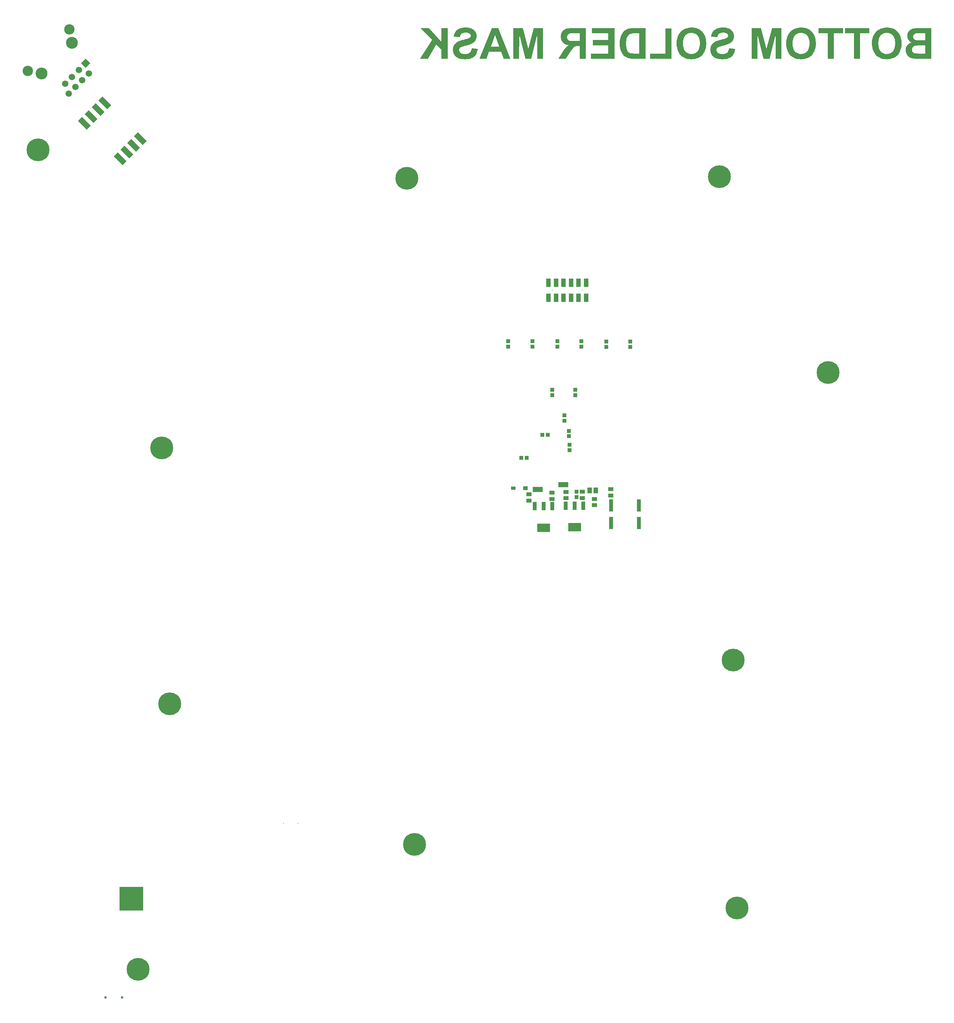
<source format=gbs>
%FSLAX23Y23*%
%MOIN*%
G70*
G01*
G75*
G04 Layer_Color=16711935*
%ADD10C,0.450*%
%ADD11R,0.031X0.033*%
%ADD12R,0.217X0.059*%
%ADD13R,0.033X0.031*%
%ADD14R,0.043X0.105*%
%ADD15R,0.043X0.059*%
%ADD16R,0.105X0.043*%
G04:AMPARAMS|DCode=17|XSize=33mil|YSize=31mil|CornerRadius=0mil|HoleSize=0mil|Usage=FLASHONLY|Rotation=292.500|XOffset=0mil|YOffset=0mil|HoleType=Round|Shape=Rectangle|*
%AMROTATEDRECTD17*
4,1,4,-0.021,0.009,0.008,0.021,0.021,-0.009,-0.008,-0.021,-0.021,0.009,0.0*
%
%ADD17ROTATEDRECTD17*%

G04:AMPARAMS|DCode=18|XSize=33mil|YSize=31mil|CornerRadius=0mil|HoleSize=0mil|Usage=FLASHONLY|Rotation=337.500|XOffset=0mil|YOffset=0mil|HoleType=Round|Shape=Rectangle|*
%AMROTATEDRECTD18*
4,1,4,-0.021,-0.008,-0.009,0.021,0.021,0.008,0.009,-0.021,-0.021,-0.008,0.0*
%
%ADD18ROTATEDRECTD18*%

G04:AMPARAMS|DCode=19|XSize=33mil|YSize=31mil|CornerRadius=0mil|HoleSize=0mil|Usage=FLASHONLY|Rotation=22.500|XOffset=0mil|YOffset=0mil|HoleType=Round|Shape=Rectangle|*
%AMROTATEDRECTD19*
4,1,4,-0.009,-0.021,-0.021,0.008,0.009,0.021,0.021,-0.008,-0.009,-0.021,0.0*
%
%ADD19ROTATEDRECTD19*%

G04:AMPARAMS|DCode=20|XSize=33mil|YSize=31mil|CornerRadius=0mil|HoleSize=0mil|Usage=FLASHONLY|Rotation=67.500|XOffset=0mil|YOffset=0mil|HoleType=Round|Shape=Rectangle|*
%AMROTATEDRECTD20*
4,1,4,0.008,-0.021,-0.021,-0.009,-0.008,0.021,0.021,0.009,0.008,-0.021,0.0*
%
%ADD20ROTATEDRECTD20*%

G04:AMPARAMS|DCode=21|XSize=59mil|YSize=43mil|CornerRadius=0mil|HoleSize=0mil|Usage=FLASHONLY|Rotation=112.500|XOffset=0mil|YOffset=0mil|HoleType=Round|Shape=Rectangle|*
%AMROTATEDRECTD21*
4,1,4,0.031,-0.019,-0.009,-0.036,-0.031,0.019,0.009,0.036,0.031,-0.019,0.0*
%
%ADD21ROTATEDRECTD21*%

G04:AMPARAMS|DCode=22|XSize=59mil|YSize=43mil|CornerRadius=0mil|HoleSize=0mil|Usage=FLASHONLY|Rotation=157.500|XOffset=0mil|YOffset=0mil|HoleType=Round|Shape=Rectangle|*
%AMROTATEDRECTD22*
4,1,4,0.036,0.009,0.019,-0.031,-0.036,-0.009,-0.019,0.031,0.036,0.009,0.0*
%
%ADD22ROTATEDRECTD22*%

G04:AMPARAMS|DCode=23|XSize=59mil|YSize=43mil|CornerRadius=0mil|HoleSize=0mil|Usage=FLASHONLY|Rotation=202.500|XOffset=0mil|YOffset=0mil|HoleType=Round|Shape=Rectangle|*
%AMROTATEDRECTD23*
4,1,4,0.019,0.031,0.036,-0.009,-0.019,-0.031,-0.036,0.009,0.019,0.031,0.0*
%
%ADD23ROTATEDRECTD23*%

G04:AMPARAMS|DCode=24|XSize=59mil|YSize=43mil|CornerRadius=0mil|HoleSize=0mil|Usage=FLASHONLY|Rotation=247.500|XOffset=0mil|YOffset=0mil|HoleType=Round|Shape=Rectangle|*
%AMROTATEDRECTD24*
4,1,4,-0.009,0.036,0.031,0.019,0.009,-0.036,-0.031,-0.019,-0.009,0.036,0.0*
%
%ADD24ROTATEDRECTD24*%

G04:AMPARAMS|DCode=25|XSize=33mil|YSize=31mil|CornerRadius=0mil|HoleSize=0mil|Usage=FLASHONLY|Rotation=292.850|XOffset=0mil|YOffset=0mil|HoleType=Round|Shape=Rectangle|*
%AMROTATEDRECTD25*
4,1,4,-0.021,0.009,0.008,0.022,0.021,-0.009,-0.008,-0.022,-0.021,0.009,0.0*
%
%ADD25ROTATEDRECTD25*%

G04:AMPARAMS|DCode=26|XSize=33mil|YSize=31mil|CornerRadius=0mil|HoleSize=0mil|Usage=FLASHONLY|Rotation=315.000|XOffset=0mil|YOffset=0mil|HoleType=Round|Shape=Rectangle|*
%AMROTATEDRECTD26*
4,1,4,-0.023,0.001,-0.001,0.023,0.023,-0.001,0.001,-0.023,-0.023,0.001,0.0*
%
%ADD26ROTATEDRECTD26*%

G04:AMPARAMS|DCode=27|XSize=33mil|YSize=31mil|CornerRadius=0mil|HoleSize=0mil|Usage=FLASHONLY|Rotation=45.000|XOffset=0mil|YOffset=0mil|HoleType=Round|Shape=Rectangle|*
%AMROTATEDRECTD27*
4,1,4,-0.001,-0.023,-0.023,-0.001,0.001,0.023,0.023,0.001,-0.001,-0.023,0.0*
%
%ADD27ROTATEDRECTD27*%

G04:AMPARAMS|DCode=28|XSize=59mil|YSize=43mil|CornerRadius=0mil|HoleSize=0mil|Usage=FLASHONLY|Rotation=135.000|XOffset=0mil|YOffset=0mil|HoleType=Round|Shape=Rectangle|*
%AMROTATEDRECTD28*
4,1,4,0.036,-0.006,0.006,-0.036,-0.036,0.006,-0.006,0.036,0.036,-0.006,0.0*
%
%ADD28ROTATEDRECTD28*%

%ADD29R,0.059X0.043*%
G04:AMPARAMS|DCode=30|XSize=59mil|YSize=43mil|CornerRadius=0mil|HoleSize=0mil|Usage=FLASHONLY|Rotation=225.000|XOffset=0mil|YOffset=0mil|HoleType=Round|Shape=Rectangle|*
%AMROTATEDRECTD30*
4,1,4,0.006,0.036,0.036,0.006,-0.006,-0.036,-0.036,-0.006,0.006,0.036,0.0*
%
%ADD30ROTATEDRECTD30*%

G04:AMPARAMS|DCode=31|XSize=10mil|YSize=59mil|CornerRadius=0mil|HoleSize=0mil|Usage=FLASHONLY|Rotation=225.000|XOffset=0mil|YOffset=0mil|HoleType=Round|Shape=Rectangle|*
%AMROTATEDRECTD31*
4,1,4,-0.017,0.024,0.024,-0.017,0.017,-0.024,-0.024,0.017,-0.017,0.024,0.0*
%
%ADD31ROTATEDRECTD31*%

G04:AMPARAMS|DCode=32|XSize=10mil|YSize=59mil|CornerRadius=0mil|HoleSize=0mil|Usage=FLASHONLY|Rotation=315.000|XOffset=0mil|YOffset=0mil|HoleType=Round|Shape=Rectangle|*
%AMROTATEDRECTD32*
4,1,4,-0.024,-0.017,0.017,0.024,0.024,0.017,-0.017,-0.024,-0.024,-0.017,0.0*
%
%ADD32ROTATEDRECTD32*%

%ADD33R,0.026X0.014*%
%ADD34R,0.049X0.014*%
%ADD35R,0.033X0.024*%
%ADD36R,0.047X0.024*%
G04:AMPARAMS|DCode=37|XSize=24mil|YSize=33mil|CornerRadius=0mil|HoleSize=0mil|Usage=FLASHONLY|Rotation=225.000|XOffset=0mil|YOffset=0mil|HoleType=Round|Shape=Rectangle|*
%AMROTATEDRECTD37*
4,1,4,-0.003,0.020,0.020,-0.003,0.003,-0.020,-0.020,0.003,-0.003,0.020,0.0*
%
%ADD37ROTATEDRECTD37*%

%ADD38R,0.035X0.012*%
%ADD39C,0.039*%
%ADD40R,0.055X0.043*%
%ADD41R,0.024X0.033*%
%ADD42R,0.043X0.055*%
%ADD43R,0.024X0.081*%
%ADD44R,0.069X0.039*%
%ADD45R,0.035X0.049*%
%ADD46R,0.020X0.093*%
%ADD47R,0.079X0.098*%
%ADD48R,0.029X0.110*%
%ADD49R,0.024X0.079*%
%ADD50R,0.094X0.079*%
%ADD51R,0.110X0.050*%
%ADD52R,0.051X0.022*%
%ADD53R,0.022X0.051*%
%ADD54R,0.024X0.089*%
%ADD55R,0.033X0.010*%
%ADD56R,0.010X0.033*%
%ADD57R,0.240X0.240*%
%ADD58R,0.150X0.050*%
%ADD59C,0.008*%
%ADD60C,0.007*%
%ADD61C,0.010*%
%ADD62C,0.006*%
%ADD63C,0.012*%
%ADD64C,0.020*%
%ADD65C,0.059*%
%ADD66P,0.084X4X90.0*%
%ADD67C,0.100*%
%ADD68C,0.116*%
%ADD69C,0.030*%
%ADD70C,0.230*%
%ADD71C,0.018*%
%ADD72C,0.026*%
%ADD73C,0.050*%
%ADD74C,0.087*%
%ADD75C,0.040*%
%ADD76C,0.075*%
%ADD77C,0.105*%
%ADD78C,0.168*%
%ADD79C,0.060*%
%ADD80C,0.162*%
%ADD81C,0.087*%
%ADD82C,0.099*%
%ADD83C,0.078*%
G04:AMPARAMS|DCode=84|XSize=72mil|YSize=72mil|CornerRadius=0mil|HoleSize=0mil|Usage=FLASHONLY|Rotation=0.000|XOffset=0mil|YOffset=0mil|HoleType=Round|Shape=Relief|Width=10mil|Gap=10mil|Entries=4|*
%AMTHD84*
7,0,0,0.072,0.052,0.010,45*
%
%ADD84THD84*%
%ADD85C,0.052*%
G04:AMPARAMS|DCode=86|XSize=88mil|YSize=88mil|CornerRadius=0mil|HoleSize=0mil|Usage=FLASHONLY|Rotation=0.000|XOffset=0mil|YOffset=0mil|HoleType=Round|Shape=Relief|Width=10mil|Gap=10mil|Entries=4|*
%AMTHD86*
7,0,0,0.088,0.068,0.010,45*
%
%ADD86THD86*%
G04:AMPARAMS|DCode=87|XSize=119.055mil|YSize=119.055mil|CornerRadius=0mil|HoleSize=0mil|Usage=FLASHONLY|Rotation=0.000|XOffset=0mil|YOffset=0mil|HoleType=Round|Shape=Relief|Width=10mil|Gap=10mil|Entries=4|*
%AMTHD87*
7,0,0,0.119,0.099,0.010,45*
%
%ADD87THD87*%
%ADD88R,0.049X0.035*%
%ADD89R,0.050X0.050*%
%ADD90R,0.035X0.083*%
%ADD91R,0.130X0.083*%
%ADD92R,0.031X0.118*%
%ADD93R,0.038X0.035*%
%ADD94R,0.038X0.026*%
%ADD95R,0.039X0.079*%
G04:AMPARAMS|DCode=96|XSize=120mil|YSize=50mil|CornerRadius=0mil|HoleSize=0mil|Usage=FLASHONLY|Rotation=135.000|XOffset=0mil|YOffset=0mil|HoleType=Round|Shape=Rectangle|*
%AMROTATEDRECTD96*
4,1,4,0.060,-0.025,0.025,-0.060,-0.060,0.025,-0.025,0.060,0.060,-0.025,0.0*
%
%ADD96ROTATEDRECTD96*%

%ADD97C,0.050*%
%ADD98C,0.030*%
%ADD99C,0.024*%
%ADD100C,0.010*%
%ADD101C,0.008*%
%ADD102C,0.005*%
%ADD103C,0.004*%
%ADD104R,0.024X0.047*%
%ADD105R,0.025X0.025*%
%ADD106R,0.039X0.041*%
%ADD107R,0.225X0.067*%
%ADD108R,0.041X0.039*%
%ADD109R,0.051X0.113*%
%ADD110R,0.051X0.067*%
%ADD111R,0.113X0.051*%
G04:AMPARAMS|DCode=112|XSize=41mil|YSize=39mil|CornerRadius=0mil|HoleSize=0mil|Usage=FLASHONLY|Rotation=292.500|XOffset=0mil|YOffset=0mil|HoleType=Round|Shape=Rectangle|*
%AMROTATEDRECTD112*
4,1,4,-0.026,0.012,0.010,0.027,0.026,-0.012,-0.010,-0.027,-0.026,0.012,0.0*
%
%ADD112ROTATEDRECTD112*%

G04:AMPARAMS|DCode=113|XSize=41mil|YSize=39mil|CornerRadius=0mil|HoleSize=0mil|Usage=FLASHONLY|Rotation=337.500|XOffset=0mil|YOffset=0mil|HoleType=Round|Shape=Rectangle|*
%AMROTATEDRECTD113*
4,1,4,-0.027,-0.010,-0.012,0.026,0.027,0.010,0.012,-0.026,-0.027,-0.010,0.0*
%
%ADD113ROTATEDRECTD113*%

G04:AMPARAMS|DCode=114|XSize=41mil|YSize=39mil|CornerRadius=0mil|HoleSize=0mil|Usage=FLASHONLY|Rotation=22.500|XOffset=0mil|YOffset=0mil|HoleType=Round|Shape=Rectangle|*
%AMROTATEDRECTD114*
4,1,4,-0.012,-0.026,-0.027,0.010,0.012,0.026,0.027,-0.010,-0.012,-0.026,0.0*
%
%ADD114ROTATEDRECTD114*%

G04:AMPARAMS|DCode=115|XSize=41mil|YSize=39mil|CornerRadius=0mil|HoleSize=0mil|Usage=FLASHONLY|Rotation=67.500|XOffset=0mil|YOffset=0mil|HoleType=Round|Shape=Rectangle|*
%AMROTATEDRECTD115*
4,1,4,0.010,-0.027,-0.026,-0.012,-0.010,0.027,0.026,0.012,0.010,-0.027,0.0*
%
%ADD115ROTATEDRECTD115*%

G04:AMPARAMS|DCode=116|XSize=67mil|YSize=51mil|CornerRadius=0mil|HoleSize=0mil|Usage=FLASHONLY|Rotation=112.500|XOffset=0mil|YOffset=0mil|HoleType=Round|Shape=Rectangle|*
%AMROTATEDRECTD116*
4,1,4,0.037,-0.021,-0.011,-0.041,-0.037,0.021,0.011,0.041,0.037,-0.021,0.0*
%
%ADD116ROTATEDRECTD116*%

G04:AMPARAMS|DCode=117|XSize=67mil|YSize=51mil|CornerRadius=0mil|HoleSize=0mil|Usage=FLASHONLY|Rotation=157.500|XOffset=0mil|YOffset=0mil|HoleType=Round|Shape=Rectangle|*
%AMROTATEDRECTD117*
4,1,4,0.041,0.011,0.021,-0.037,-0.041,-0.011,-0.021,0.037,0.041,0.011,0.0*
%
%ADD117ROTATEDRECTD117*%

G04:AMPARAMS|DCode=118|XSize=67mil|YSize=51mil|CornerRadius=0mil|HoleSize=0mil|Usage=FLASHONLY|Rotation=202.500|XOffset=0mil|YOffset=0mil|HoleType=Round|Shape=Rectangle|*
%AMROTATEDRECTD118*
4,1,4,0.021,0.037,0.041,-0.011,-0.021,-0.037,-0.041,0.011,0.021,0.037,0.0*
%
%ADD118ROTATEDRECTD118*%

G04:AMPARAMS|DCode=119|XSize=67mil|YSize=51mil|CornerRadius=0mil|HoleSize=0mil|Usage=FLASHONLY|Rotation=247.500|XOffset=0mil|YOffset=0mil|HoleType=Round|Shape=Rectangle|*
%AMROTATEDRECTD119*
4,1,4,-0.011,0.041,0.037,0.021,0.011,-0.041,-0.037,-0.021,-0.011,0.041,0.0*
%
%ADD119ROTATEDRECTD119*%

G04:AMPARAMS|DCode=120|XSize=41mil|YSize=39mil|CornerRadius=0mil|HoleSize=0mil|Usage=FLASHONLY|Rotation=292.850|XOffset=0mil|YOffset=0mil|HoleType=Round|Shape=Rectangle|*
%AMROTATEDRECTD120*
4,1,4,-0.026,0.011,0.010,0.027,0.026,-0.011,-0.010,-0.027,-0.026,0.011,0.0*
%
%ADD120ROTATEDRECTD120*%

G04:AMPARAMS|DCode=121|XSize=41mil|YSize=39mil|CornerRadius=0mil|HoleSize=0mil|Usage=FLASHONLY|Rotation=315.000|XOffset=0mil|YOffset=0mil|HoleType=Round|Shape=Rectangle|*
%AMROTATEDRECTD121*
4,1,4,-0.029,0.001,-0.001,0.029,0.029,-0.001,0.001,-0.029,-0.029,0.001,0.0*
%
%ADD121ROTATEDRECTD121*%

G04:AMPARAMS|DCode=122|XSize=41mil|YSize=39mil|CornerRadius=0mil|HoleSize=0mil|Usage=FLASHONLY|Rotation=45.000|XOffset=0mil|YOffset=0mil|HoleType=Round|Shape=Rectangle|*
%AMROTATEDRECTD122*
4,1,4,-0.001,-0.029,-0.029,-0.001,0.001,0.029,0.029,0.001,-0.001,-0.029,0.0*
%
%ADD122ROTATEDRECTD122*%

G04:AMPARAMS|DCode=123|XSize=67mil|YSize=51mil|CornerRadius=0mil|HoleSize=0mil|Usage=FLASHONLY|Rotation=135.000|XOffset=0mil|YOffset=0mil|HoleType=Round|Shape=Rectangle|*
%AMROTATEDRECTD123*
4,1,4,0.042,-0.006,0.006,-0.042,-0.042,0.006,-0.006,0.042,0.042,-0.006,0.0*
%
%ADD123ROTATEDRECTD123*%

%ADD124R,0.067X0.051*%
G04:AMPARAMS|DCode=125|XSize=67mil|YSize=51mil|CornerRadius=0mil|HoleSize=0mil|Usage=FLASHONLY|Rotation=225.000|XOffset=0mil|YOffset=0mil|HoleType=Round|Shape=Rectangle|*
%AMROTATEDRECTD125*
4,1,4,0.006,0.042,0.042,0.006,-0.006,-0.042,-0.042,-0.006,0.006,0.042,0.0*
%
%ADD125ROTATEDRECTD125*%

G04:AMPARAMS|DCode=126|XSize=18mil|YSize=67mil|CornerRadius=0mil|HoleSize=0mil|Usage=FLASHONLY|Rotation=225.000|XOffset=0mil|YOffset=0mil|HoleType=Round|Shape=Rectangle|*
%AMROTATEDRECTD126*
4,1,4,-0.017,0.030,0.030,-0.017,0.017,-0.030,-0.030,0.017,-0.017,0.030,0.0*
%
%ADD126ROTATEDRECTD126*%

G04:AMPARAMS|DCode=127|XSize=18mil|YSize=67mil|CornerRadius=0mil|HoleSize=0mil|Usage=FLASHONLY|Rotation=315.000|XOffset=0mil|YOffset=0mil|HoleType=Round|Shape=Rectangle|*
%AMROTATEDRECTD127*
4,1,4,-0.030,-0.017,0.017,0.030,0.030,0.017,-0.017,-0.030,-0.030,-0.017,0.0*
%
%ADD127ROTATEDRECTD127*%

%ADD128R,0.034X0.022*%
%ADD129R,0.057X0.022*%
%ADD130R,0.041X0.032*%
%ADD131R,0.055X0.032*%
G04:AMPARAMS|DCode=132|XSize=32mil|YSize=41mil|CornerRadius=0mil|HoleSize=0mil|Usage=FLASHONLY|Rotation=225.000|XOffset=0mil|YOffset=0mil|HoleType=Round|Shape=Rectangle|*
%AMROTATEDRECTD132*
4,1,4,-0.003,0.026,0.026,-0.003,0.003,-0.026,-0.026,0.003,-0.003,0.026,0.0*
%
%ADD132ROTATEDRECTD132*%

%ADD133R,0.043X0.020*%
%ADD134R,0.063X0.051*%
%ADD135R,0.032X0.041*%
%ADD136R,0.051X0.063*%
%ADD137R,0.032X0.089*%
%ADD138R,0.077X0.047*%
%ADD139R,0.043X0.057*%
%ADD140R,0.028X0.101*%
%ADD141R,0.087X0.106*%
%ADD142R,0.037X0.118*%
%ADD143R,0.032X0.087*%
%ADD144R,0.102X0.087*%
%ADD145R,0.118X0.058*%
%ADD146R,0.059X0.030*%
%ADD147R,0.030X0.059*%
%ADD148R,0.032X0.097*%
%ADD149R,0.041X0.018*%
%ADD150R,0.018X0.041*%
%ADD151R,0.248X0.248*%
%ADD152R,0.158X0.058*%
%ADD153C,0.067*%
%ADD154P,0.095X4X90.0*%
%ADD155C,0.108*%
%ADD156C,0.124*%
%ADD157C,0.038*%
%ADD158C,0.238*%
%ADD159C,0.008*%
%ADD160C,0.026*%
%ADD161R,0.008X0.008*%
%ADD162R,0.057X0.043*%
%ADD163R,0.058X0.058*%
%ADD164R,0.043X0.091*%
%ADD165R,0.138X0.091*%
%ADD166R,0.039X0.126*%
%ADD167R,0.046X0.043*%
%ADD168R,0.046X0.034*%
%ADD169R,0.047X0.087*%
G04:AMPARAMS|DCode=170|XSize=128mil|YSize=58mil|CornerRadius=0mil|HoleSize=0mil|Usage=FLASHONLY|Rotation=135.000|XOffset=0mil|YOffset=0mil|HoleType=Round|Shape=Rectangle|*
%AMROTATEDRECTD170*
4,1,4,0.066,-0.025,0.025,-0.066,-0.066,0.025,-0.025,0.066,0.066,-0.025,0.0*
%
%ADD170ROTATEDRECTD170*%

G36*
X4943Y1764D02*
X4822D01*
X4809Y1764D01*
X4798Y1765D01*
X4788Y1766D01*
X4784Y1767D01*
X4780Y1767D01*
X4776Y1768D01*
X4773Y1769D01*
X4771Y1769D01*
X4768Y1770D01*
X4767Y1770D01*
X4766D01*
X4765Y1771D01*
X4765D01*
X4754Y1774D01*
X4746Y1779D01*
X4738Y1783D01*
X4731Y1787D01*
X4726Y1791D01*
X4722Y1794D01*
X4720Y1795D01*
X4719Y1796D01*
X4711Y1805D01*
X4704Y1814D01*
X4698Y1824D01*
X4693Y1833D01*
X4690Y1841D01*
X4688Y1844D01*
X4687Y1847D01*
X4686Y1849D01*
X4685Y1851D01*
X4685Y1852D01*
Y1853D01*
X4681Y1864D01*
X4679Y1876D01*
X4677Y1887D01*
X4676Y1898D01*
X4676Y1903D01*
X4675Y1907D01*
Y1911D01*
X4675Y1914D01*
Y1917D01*
Y1919D01*
Y1921D01*
Y1921D01*
X4675Y1937D01*
X4676Y1945D01*
X4676Y1952D01*
X4677Y1959D01*
X4678Y1965D01*
X4679Y1971D01*
X4680Y1976D01*
X4681Y1980D01*
X4682Y1984D01*
X4683Y1988D01*
X4684Y1991D01*
X4685Y1994D01*
X4685Y1995D01*
X4686Y1996D01*
Y1996D01*
X4690Y2008D01*
X4695Y2018D01*
X4700Y2026D01*
X4705Y2034D01*
X4709Y2040D01*
X4711Y2043D01*
X4713Y2045D01*
X4714Y2046D01*
X4715Y2048D01*
X4716Y2048D01*
X4716Y2049D01*
X4724Y2056D01*
X4732Y2062D01*
X4740Y2067D01*
X4748Y2071D01*
X4754Y2074D01*
X4757Y2076D01*
X4760Y2076D01*
X4761Y2077D01*
X4763Y2078D01*
X4764Y2078D01*
X4764D01*
X4768Y2079D01*
X4773Y2080D01*
X4783Y2082D01*
X4793Y2083D01*
X4803Y2084D01*
X4808Y2084D01*
X4812D01*
X4815Y2084D01*
X4943D01*
Y1764D01*
D02*
G37*
G36*
X4620D02*
X4376D01*
Y1818D01*
X4555D01*
Y1905D01*
X4395D01*
Y1959D01*
X4555D01*
Y2030D01*
X4383D01*
Y2084D01*
X4620D01*
Y1764D01*
D02*
G37*
G36*
X4321D02*
X4257D01*
Y1898D01*
X4236D01*
X4229Y1897D01*
X4224Y1896D01*
X4219Y1896D01*
X4216Y1895D01*
X4214Y1894D01*
X4212Y1894D01*
X4211D01*
X4208Y1892D01*
X4204Y1890D01*
X4201Y1888D01*
X4198Y1886D01*
X4195Y1884D01*
X4194Y1882D01*
X4192Y1881D01*
X4192Y1881D01*
X4190Y1879D01*
X4188Y1876D01*
X4185Y1873D01*
X4183Y1869D01*
X4177Y1861D01*
X4171Y1854D01*
X4166Y1846D01*
X4164Y1843D01*
X4162Y1839D01*
X4160Y1837D01*
X4159Y1835D01*
X4158Y1834D01*
X4158Y1834D01*
X4111Y1764D01*
X4034D01*
X4073Y1826D01*
X4077Y1833D01*
X4081Y1839D01*
X4085Y1845D01*
X4088Y1850D01*
X4091Y1855D01*
X4095Y1859D01*
X4097Y1863D01*
X4100Y1866D01*
X4102Y1869D01*
X4104Y1871D01*
X4107Y1875D01*
X4109Y1877D01*
X4110Y1878D01*
X4115Y1884D01*
X4121Y1889D01*
X4126Y1893D01*
X4132Y1897D01*
X4137Y1901D01*
X4141Y1903D01*
X4144Y1905D01*
X4144Y1905D01*
X4144D01*
X4136Y1906D01*
X4129Y1908D01*
X4123Y1910D01*
X4116Y1912D01*
X4111Y1915D01*
X4106Y1917D01*
X4101Y1920D01*
X4096Y1922D01*
X4093Y1925D01*
X4089Y1927D01*
X4087Y1929D01*
X4085Y1931D01*
X4083Y1933D01*
X4081Y1934D01*
X4081Y1934D01*
X4081Y1935D01*
X4077Y1939D01*
X4074Y1944D01*
X4071Y1949D01*
X4068Y1954D01*
X4064Y1964D01*
X4062Y1974D01*
X4061Y1978D01*
X4061Y1982D01*
X4060Y1985D01*
X4060Y1989D01*
X4059Y1991D01*
Y1993D01*
Y1994D01*
Y1994D01*
X4060Y2005D01*
X4061Y2014D01*
X4064Y2023D01*
X4066Y2030D01*
X4069Y2036D01*
X4070Y2039D01*
X4071Y2041D01*
X4072Y2043D01*
X4073Y2044D01*
X4074Y2044D01*
Y2045D01*
X4079Y2052D01*
X4085Y2059D01*
X4091Y2064D01*
X4098Y2069D01*
X4103Y2072D01*
X4107Y2074D01*
X4109Y2075D01*
X4110Y2075D01*
X4111Y2076D01*
X4111D01*
X4116Y2077D01*
X4121Y2079D01*
X4126Y2080D01*
X4132Y2081D01*
X4145Y2082D01*
X4157Y2083D01*
X4163Y2084D01*
X4168Y2084D01*
X4173D01*
X4177Y2084D01*
X4321D01*
Y1764D01*
D02*
G37*
G36*
X7277Y2030D02*
X7182D01*
Y1764D01*
X7117D01*
Y2030D01*
X7023D01*
Y2084D01*
X7277D01*
Y2030D01*
D02*
G37*
G36*
X7003D02*
X6908D01*
Y1764D01*
X6844D01*
Y2030D01*
X6749D01*
Y2084D01*
X7003D01*
Y2030D01*
D02*
G37*
G36*
X5215Y1764D02*
X4990D01*
Y1818D01*
X5150D01*
Y2082D01*
X5215D01*
Y1764D01*
D02*
G37*
G36*
X5765Y2090D02*
X5777Y2089D01*
X5787Y2086D01*
X5792Y2086D01*
X5796Y2085D01*
X5800Y2084D01*
X5804Y2083D01*
X5807Y2081D01*
X5810Y2081D01*
X5812Y2080D01*
X5813Y2079D01*
X5814Y2079D01*
X5814D01*
X5823Y2074D01*
X5831Y2069D01*
X5838Y2064D01*
X5844Y2058D01*
X5848Y2054D01*
X5851Y2050D01*
X5853Y2047D01*
X5854Y2046D01*
Y2046D01*
X5858Y2038D01*
X5862Y2030D01*
X5864Y2022D01*
X5866Y2015D01*
X5867Y2009D01*
X5867Y2005D01*
X5867Y2003D01*
Y2002D01*
Y2001D01*
Y2001D01*
X5867Y1994D01*
X5866Y1987D01*
X5865Y1980D01*
X5863Y1974D01*
X5858Y1963D01*
X5855Y1958D01*
X5853Y1954D01*
X5850Y1950D01*
X5847Y1946D01*
X5845Y1943D01*
X5843Y1940D01*
X5841Y1939D01*
X5839Y1937D01*
X5839Y1936D01*
X5838Y1936D01*
X5834Y1932D01*
X5829Y1929D01*
X5824Y1926D01*
X5818Y1923D01*
X5806Y1917D01*
X5794Y1913D01*
X5788Y1911D01*
X5783Y1909D01*
X5778Y1908D01*
X5774Y1906D01*
X5770Y1905D01*
X5767Y1904D01*
X5766Y1904D01*
X5765D01*
X5758Y1902D01*
X5752Y1901D01*
X5746Y1899D01*
X5740Y1898D01*
X5735Y1896D01*
X5731Y1895D01*
X5727Y1894D01*
X5725Y1893D01*
X5722Y1892D01*
X5720Y1891D01*
X5717Y1891D01*
X5716Y1891D01*
X5714Y1890D01*
X5714Y1890D01*
X5708Y1888D01*
X5703Y1885D01*
X5699Y1883D01*
X5696Y1881D01*
X5693Y1879D01*
X5692Y1877D01*
X5691Y1876D01*
X5690Y1876D01*
X5688Y1873D01*
X5687Y1870D01*
X5685Y1866D01*
X5685Y1863D01*
X5684Y1861D01*
X5684Y1859D01*
Y1857D01*
Y1856D01*
X5685Y1850D01*
X5686Y1844D01*
X5689Y1839D01*
X5692Y1834D01*
X5695Y1831D01*
X5697Y1828D01*
X5699Y1826D01*
X5700Y1826D01*
X5707Y1821D01*
X5714Y1818D01*
X5722Y1816D01*
X5730Y1814D01*
X5736Y1814D01*
X5739Y1813D01*
X5742D01*
X5744Y1813D01*
X5747D01*
X5757Y1814D01*
X5767Y1815D01*
X5775Y1817D01*
X5781Y1820D01*
X5787Y1823D01*
X5790Y1825D01*
X5793Y1827D01*
X5794Y1827D01*
X5800Y1834D01*
X5805Y1841D01*
X5809Y1849D01*
X5812Y1856D01*
X5814Y1863D01*
X5815Y1866D01*
X5815Y1869D01*
X5816Y1871D01*
X5816Y1873D01*
X5817Y1874D01*
Y1874D01*
X5879Y1868D01*
X5878Y1858D01*
X5876Y1849D01*
X5874Y1840D01*
X5871Y1832D01*
X5868Y1825D01*
X5864Y1818D01*
X5861Y1812D01*
X5858Y1807D01*
X5854Y1802D01*
X5851Y1798D01*
X5849Y1794D01*
X5846Y1791D01*
X5844Y1789D01*
X5842Y1787D01*
X5841Y1786D01*
X5841Y1786D01*
X5835Y1781D01*
X5827Y1777D01*
X5820Y1773D01*
X5812Y1770D01*
X5805Y1767D01*
X5797Y1765D01*
X5782Y1762D01*
X5775Y1761D01*
X5768Y1760D01*
X5762Y1759D01*
X5757Y1759D01*
X5753Y1758D01*
X5747D01*
X5732Y1759D01*
X5719Y1760D01*
X5713Y1761D01*
X5707Y1762D01*
X5702Y1763D01*
X5697Y1764D01*
X5693Y1765D01*
X5689Y1766D01*
X5686Y1767D01*
X5683Y1768D01*
X5681Y1769D01*
X5679Y1769D01*
X5678Y1770D01*
X5678D01*
X5668Y1775D01*
X5659Y1780D01*
X5652Y1786D01*
X5646Y1792D01*
X5641Y1797D01*
X5637Y1801D01*
X5636Y1803D01*
X5635Y1804D01*
X5635Y1805D01*
Y1805D01*
X5630Y1814D01*
X5626Y1824D01*
X5623Y1832D01*
X5621Y1840D01*
X5620Y1847D01*
X5620Y1850D01*
Y1853D01*
X5619Y1854D01*
Y1856D01*
Y1857D01*
Y1857D01*
X5620Y1868D01*
X5621Y1878D01*
X5623Y1887D01*
X5625Y1894D01*
X5628Y1900D01*
X5629Y1902D01*
X5630Y1904D01*
X5631Y1906D01*
X5632Y1907D01*
X5632Y1908D01*
Y1908D01*
X5637Y1916D01*
X5643Y1922D01*
X5649Y1928D01*
X5655Y1932D01*
X5660Y1936D01*
X5664Y1939D01*
X5665Y1940D01*
X5667Y1941D01*
X5667Y1941D01*
X5667D01*
X5672Y1943D01*
X5677Y1946D01*
X5688Y1950D01*
X5700Y1954D01*
X5711Y1957D01*
X5716Y1959D01*
X5721Y1960D01*
X5725Y1961D01*
X5729Y1962D01*
X5732Y1963D01*
X5735Y1964D01*
X5737Y1964D01*
X5737D01*
X5745Y1966D01*
X5753Y1969D01*
X5760Y1971D01*
X5766Y1972D01*
X5772Y1974D01*
X5777Y1976D01*
X5781Y1978D01*
X5784Y1979D01*
X5787Y1981D01*
X5790Y1982D01*
X5792Y1983D01*
X5794Y1984D01*
X5795Y1985D01*
X5796Y1985D01*
X5796Y1986D01*
X5800Y1989D01*
X5802Y1992D01*
X5803Y1996D01*
X5805Y1999D01*
X5805Y2001D01*
X5806Y2004D01*
Y2005D01*
Y2005D01*
X5805Y2010D01*
X5804Y2014D01*
X5802Y2017D01*
X5801Y2020D01*
X5799Y2022D01*
X5797Y2024D01*
X5796Y2025D01*
X5796Y2025D01*
X5790Y2029D01*
X5782Y2032D01*
X5775Y2034D01*
X5768Y2036D01*
X5761Y2036D01*
X5759D01*
X5756Y2037D01*
X5752D01*
X5742Y2036D01*
X5734Y2035D01*
X5727Y2034D01*
X5721Y2031D01*
X5717Y2029D01*
X5713Y2028D01*
X5712Y2026D01*
X5711Y2026D01*
X5706Y2021D01*
X5702Y2016D01*
X5699Y2010D01*
X5697Y2004D01*
X5695Y1999D01*
X5694Y1995D01*
X5693Y1993D01*
X5693Y1992D01*
Y1991D01*
Y1991D01*
X5628Y1993D01*
X5629Y2001D01*
X5630Y2009D01*
X5632Y2016D01*
X5634Y2023D01*
X5637Y2029D01*
X5639Y2035D01*
X5642Y2040D01*
X5645Y2045D01*
X5648Y2049D01*
X5651Y2053D01*
X5653Y2056D01*
X5655Y2059D01*
X5657Y2061D01*
X5659Y2062D01*
X5660Y2063D01*
X5660Y2064D01*
X5666Y2068D01*
X5673Y2072D01*
X5680Y2076D01*
X5687Y2079D01*
X5695Y2081D01*
X5702Y2084D01*
X5717Y2087D01*
X5724Y2088D01*
X5730Y2089D01*
X5736Y2089D01*
X5741Y2090D01*
X5745Y2090D01*
X5751D01*
X5765Y2090D01*
D02*
G37*
G36*
X5437D02*
X5450Y2088D01*
X5462Y2086D01*
X5467Y2085D01*
X5472Y2084D01*
X5477Y2083D01*
X5480Y2081D01*
X5484Y2080D01*
X5487Y2079D01*
X5489Y2079D01*
X5491Y2078D01*
X5492Y2077D01*
X5492D01*
X5500Y2073D01*
X5508Y2069D01*
X5515Y2064D01*
X5521Y2059D01*
X5526Y2055D01*
X5530Y2051D01*
X5532Y2049D01*
X5533Y2049D01*
X5533Y2048D01*
X5540Y2041D01*
X5546Y2033D01*
X5551Y2026D01*
X5555Y2019D01*
X5558Y2013D01*
X5561Y2009D01*
X5562Y2007D01*
X5562Y2006D01*
X5563Y2005D01*
Y2004D01*
X5568Y1991D01*
X5571Y1977D01*
X5574Y1964D01*
X5576Y1951D01*
X5576Y1945D01*
X5577Y1939D01*
X5577Y1934D01*
Y1930D01*
X5577Y1926D01*
Y1924D01*
Y1922D01*
Y1922D01*
X5577Y1908D01*
X5576Y1895D01*
X5574Y1882D01*
X5571Y1871D01*
X5568Y1860D01*
X5564Y1850D01*
X5560Y1841D01*
X5556Y1833D01*
X5552Y1826D01*
X5549Y1819D01*
X5545Y1814D01*
X5542Y1809D01*
X5539Y1806D01*
X5537Y1804D01*
X5536Y1802D01*
X5535Y1801D01*
X5527Y1794D01*
X5518Y1787D01*
X5509Y1781D01*
X5500Y1776D01*
X5490Y1772D01*
X5481Y1769D01*
X5472Y1766D01*
X5463Y1764D01*
X5455Y1762D01*
X5447Y1761D01*
X5440Y1759D01*
X5434Y1759D01*
X5429Y1759D01*
X5425Y1758D01*
X5422D01*
X5409Y1759D01*
X5397Y1760D01*
X5385Y1762D01*
X5375Y1765D01*
X5365Y1768D01*
X5355Y1772D01*
X5347Y1776D01*
X5340Y1780D01*
X5332Y1784D01*
X5327Y1788D01*
X5322Y1792D01*
X5317Y1795D01*
X5314Y1798D01*
X5312Y1800D01*
X5310Y1801D01*
X5310Y1802D01*
X5302Y1811D01*
X5295Y1820D01*
X5290Y1829D01*
X5285Y1839D01*
X5281Y1849D01*
X5278Y1860D01*
X5275Y1869D01*
X5273Y1879D01*
X5271Y1888D01*
X5269Y1896D01*
X5268Y1904D01*
X5268Y1911D01*
X5268Y1916D01*
X5267Y1920D01*
Y1923D01*
Y1923D01*
Y1924D01*
X5268Y1938D01*
X5269Y1951D01*
X5271Y1964D01*
X5274Y1976D01*
X5277Y1987D01*
X5280Y1997D01*
X5284Y2006D01*
X5288Y2014D01*
X5292Y2021D01*
X5296Y2028D01*
X5300Y2034D01*
X5303Y2038D01*
X5306Y2041D01*
X5308Y2044D01*
X5309Y2046D01*
X5310Y2046D01*
X5318Y2054D01*
X5327Y2061D01*
X5336Y2066D01*
X5345Y2071D01*
X5355Y2076D01*
X5364Y2079D01*
X5373Y2082D01*
X5382Y2085D01*
X5390Y2086D01*
X5398Y2088D01*
X5405Y2089D01*
X5411Y2089D01*
X5416Y2090D01*
X5420Y2090D01*
X5423D01*
X5437Y2090D01*
D02*
G37*
G36*
X3080D02*
X3092Y2089D01*
X3102Y2086D01*
X3107Y2086D01*
X3112Y2085D01*
X3116Y2084D01*
X3119Y2083D01*
X3122Y2081D01*
X3125Y2081D01*
X3127Y2080D01*
X3128Y2079D01*
X3129Y2079D01*
X3130D01*
X3139Y2074D01*
X3147Y2069D01*
X3153Y2064D01*
X3159Y2058D01*
X3163Y2054D01*
X3167Y2050D01*
X3168Y2047D01*
X3169Y2046D01*
Y2046D01*
X3174Y2038D01*
X3177Y2030D01*
X3180Y2022D01*
X3181Y2015D01*
X3182Y2009D01*
X3182Y2005D01*
X3183Y2003D01*
Y2002D01*
Y2001D01*
Y2001D01*
X3182Y1994D01*
X3182Y1987D01*
X3180Y1980D01*
X3178Y1974D01*
X3174Y1963D01*
X3171Y1958D01*
X3168Y1954D01*
X3165Y1950D01*
X3163Y1946D01*
X3160Y1943D01*
X3158Y1940D01*
X3156Y1939D01*
X3155Y1937D01*
X3154Y1936D01*
X3154Y1936D01*
X3150Y1932D01*
X3145Y1929D01*
X3139Y1926D01*
X3134Y1923D01*
X3122Y1917D01*
X3110Y1913D01*
X3104Y1911D01*
X3098Y1909D01*
X3093Y1908D01*
X3089Y1906D01*
X3086Y1905D01*
X3083Y1904D01*
X3081Y1904D01*
X3081D01*
X3074Y1902D01*
X3067Y1901D01*
X3061Y1899D01*
X3056Y1898D01*
X3051Y1896D01*
X3047Y1895D01*
X3043Y1894D01*
X3040Y1893D01*
X3037Y1892D01*
X3035Y1891D01*
X3033Y1891D01*
X3032Y1891D01*
X3030Y1890D01*
X3029Y1890D01*
X3023Y1888D01*
X3018Y1885D01*
X3015Y1883D01*
X3011Y1881D01*
X3009Y1879D01*
X3007Y1877D01*
X3006Y1876D01*
X3006Y1876D01*
X3004Y1873D01*
X3002Y1870D01*
X3001Y1866D01*
X3000Y1863D01*
X3000Y1861D01*
X2999Y1859D01*
Y1857D01*
Y1856D01*
X3000Y1850D01*
X3002Y1844D01*
X3004Y1839D01*
X3007Y1834D01*
X3010Y1831D01*
X3013Y1828D01*
X3015Y1826D01*
X3015Y1826D01*
X3022Y1821D01*
X3030Y1818D01*
X3037Y1816D01*
X3045Y1814D01*
X3052Y1814D01*
X3055Y1813D01*
X3057D01*
X3060Y1813D01*
X3062D01*
X3073Y1814D01*
X3082Y1815D01*
X3090Y1817D01*
X3097Y1820D01*
X3102Y1823D01*
X3106Y1825D01*
X3108Y1827D01*
X3109Y1827D01*
X3115Y1834D01*
X3120Y1841D01*
X3124Y1849D01*
X3127Y1856D01*
X3130Y1863D01*
X3130Y1866D01*
X3131Y1869D01*
X3131Y1871D01*
X3132Y1873D01*
X3132Y1874D01*
Y1874D01*
X3195Y1868D01*
X3193Y1858D01*
X3192Y1849D01*
X3189Y1840D01*
X3186Y1832D01*
X3183Y1825D01*
X3180Y1818D01*
X3177Y1812D01*
X3173Y1807D01*
X3170Y1802D01*
X3167Y1798D01*
X3164Y1794D01*
X3161Y1791D01*
X3159Y1789D01*
X3157Y1787D01*
X3157Y1786D01*
X3156Y1786D01*
X3150Y1781D01*
X3143Y1777D01*
X3135Y1773D01*
X3128Y1770D01*
X3120Y1767D01*
X3112Y1765D01*
X3097Y1762D01*
X3090Y1761D01*
X3084Y1760D01*
X3078Y1759D01*
X3073Y1759D01*
X3069Y1758D01*
X3063D01*
X3048Y1759D01*
X3035Y1760D01*
X3028Y1761D01*
X3022Y1762D01*
X3017Y1763D01*
X3012Y1764D01*
X3008Y1765D01*
X3004Y1766D01*
X3001Y1767D01*
X2998Y1768D01*
X2996Y1769D01*
X2995Y1769D01*
X2994Y1770D01*
X2993D01*
X2983Y1775D01*
X2975Y1780D01*
X2967Y1786D01*
X2961Y1792D01*
X2956Y1797D01*
X2953Y1801D01*
X2952Y1803D01*
X2951Y1804D01*
X2950Y1805D01*
Y1805D01*
X2945Y1814D01*
X2941Y1824D01*
X2938Y1832D01*
X2937Y1840D01*
X2935Y1847D01*
X2935Y1850D01*
Y1853D01*
X2935Y1854D01*
Y1856D01*
Y1857D01*
Y1857D01*
X2935Y1868D01*
X2937Y1878D01*
X2939Y1887D01*
X2941Y1894D01*
X2943Y1900D01*
X2945Y1902D01*
X2945Y1904D01*
X2946Y1906D01*
X2947Y1907D01*
X2947Y1908D01*
Y1908D01*
X2953Y1916D01*
X2958Y1922D01*
X2964Y1928D01*
X2970Y1932D01*
X2975Y1936D01*
X2979Y1939D01*
X2981Y1940D01*
X2982Y1941D01*
X2982Y1941D01*
X2983D01*
X2987Y1943D01*
X2992Y1946D01*
X3003Y1950D01*
X3015Y1954D01*
X3026Y1957D01*
X3031Y1959D01*
X3036Y1960D01*
X3041Y1961D01*
X3045Y1962D01*
X3048Y1963D01*
X3050Y1964D01*
X3052Y1964D01*
X3052D01*
X3061Y1966D01*
X3069Y1969D01*
X3075Y1971D01*
X3082Y1972D01*
X3087Y1974D01*
X3092Y1976D01*
X3096Y1978D01*
X3100Y1979D01*
X3103Y1981D01*
X3105Y1982D01*
X3107Y1983D01*
X3109Y1984D01*
X3110Y1985D01*
X3111Y1985D01*
X3112Y1986D01*
X3115Y1989D01*
X3117Y1992D01*
X3119Y1996D01*
X3120Y1999D01*
X3121Y2001D01*
X3121Y2004D01*
Y2005D01*
Y2005D01*
X3121Y2010D01*
X3120Y2014D01*
X3118Y2017D01*
X3116Y2020D01*
X3115Y2022D01*
X3113Y2024D01*
X3112Y2025D01*
X3111Y2025D01*
X3105Y2029D01*
X3097Y2032D01*
X3090Y2034D01*
X3083Y2036D01*
X3077Y2036D01*
X3074D01*
X3072Y2037D01*
X3067D01*
X3057Y2036D01*
X3049Y2035D01*
X3042Y2034D01*
X3037Y2031D01*
X3032Y2029D01*
X3029Y2028D01*
X3027Y2026D01*
X3026Y2026D01*
X3022Y2021D01*
X3017Y2016D01*
X3015Y2010D01*
X3012Y2004D01*
X3010Y1999D01*
X3009Y1995D01*
X3009Y1993D01*
X3008Y1992D01*
Y1991D01*
Y1991D01*
X2944Y1993D01*
X2944Y2001D01*
X2945Y2009D01*
X2947Y2016D01*
X2950Y2023D01*
X2952Y2029D01*
X2955Y2035D01*
X2957Y2040D01*
X2960Y2045D01*
X2963Y2049D01*
X2966Y2053D01*
X2969Y2056D01*
X2971Y2059D01*
X2973Y2061D01*
X2975Y2062D01*
X2975Y2063D01*
X2976Y2064D01*
X2982Y2068D01*
X2988Y2072D01*
X2995Y2076D01*
X3003Y2079D01*
X3010Y2081D01*
X3018Y2084D01*
X3032Y2087D01*
X3040Y2088D01*
X3046Y2089D01*
X3052Y2089D01*
X3057Y2090D01*
X3061Y2090D01*
X3067D01*
X3080Y2090D01*
D02*
G37*
G36*
X3534Y1764D02*
X3466D01*
X3439Y1837D01*
X3311D01*
X3283Y1764D01*
X3212D01*
X3340Y2084D01*
X3409D01*
X3534Y1764D01*
D02*
G37*
G36*
X7475Y2090D02*
X7488Y2088D01*
X7500Y2086D01*
X7505Y2085D01*
X7510Y2084D01*
X7514Y2083D01*
X7518Y2081D01*
X7521Y2080D01*
X7524Y2079D01*
X7527Y2079D01*
X7528Y2078D01*
X7529Y2077D01*
X7530D01*
X7538Y2073D01*
X7545Y2069D01*
X7553Y2064D01*
X7559Y2059D01*
X7564Y2055D01*
X7568Y2051D01*
X7570Y2049D01*
X7570Y2049D01*
X7571Y2048D01*
X7578Y2041D01*
X7583Y2033D01*
X7588Y2026D01*
X7593Y2019D01*
X7596Y2013D01*
X7598Y2009D01*
X7599Y2007D01*
X7600Y2006D01*
X7600Y2005D01*
Y2004D01*
X7605Y1991D01*
X7609Y1977D01*
X7611Y1964D01*
X7613Y1951D01*
X7614Y1945D01*
X7614Y1939D01*
X7615Y1934D01*
Y1930D01*
X7615Y1926D01*
Y1924D01*
Y1922D01*
Y1922D01*
X7615Y1908D01*
X7613Y1895D01*
X7611Y1882D01*
X7608Y1871D01*
X7605Y1860D01*
X7602Y1850D01*
X7598Y1841D01*
X7594Y1833D01*
X7590Y1826D01*
X7586Y1819D01*
X7583Y1814D01*
X7580Y1809D01*
X7577Y1806D01*
X7575Y1804D01*
X7573Y1802D01*
X7573Y1801D01*
X7565Y1794D01*
X7556Y1787D01*
X7547Y1781D01*
X7538Y1776D01*
X7528Y1772D01*
X7519Y1769D01*
X7509Y1766D01*
X7500Y1764D01*
X7492Y1762D01*
X7484Y1761D01*
X7478Y1759D01*
X7471Y1759D01*
X7466Y1759D01*
X7463Y1758D01*
X7460D01*
X7447Y1759D01*
X7435Y1760D01*
X7423Y1762D01*
X7412Y1765D01*
X7402Y1768D01*
X7393Y1772D01*
X7385Y1776D01*
X7377Y1780D01*
X7370Y1784D01*
X7364Y1788D01*
X7359Y1792D01*
X7355Y1795D01*
X7351Y1798D01*
X7349Y1800D01*
X7348Y1801D01*
X7347Y1802D01*
X7340Y1811D01*
X7333Y1820D01*
X7328Y1829D01*
X7323Y1839D01*
X7318Y1849D01*
X7315Y1860D01*
X7312Y1869D01*
X7310Y1879D01*
X7308Y1888D01*
X7307Y1896D01*
X7306Y1904D01*
X7306Y1911D01*
X7305Y1916D01*
X7305Y1920D01*
Y1923D01*
Y1923D01*
Y1924D01*
X7305Y1938D01*
X7306Y1951D01*
X7308Y1964D01*
X7311Y1976D01*
X7315Y1987D01*
X7318Y1997D01*
X7322Y2006D01*
X7326Y2014D01*
X7330Y2021D01*
X7334Y2028D01*
X7337Y2034D01*
X7341Y2038D01*
X7343Y2041D01*
X7346Y2044D01*
X7347Y2046D01*
X7347Y2046D01*
X7356Y2054D01*
X7364Y2061D01*
X7373Y2066D01*
X7383Y2071D01*
X7392Y2076D01*
X7402Y2079D01*
X7411Y2082D01*
X7420Y2085D01*
X7428Y2086D01*
X7436Y2088D01*
X7443Y2089D01*
X7449Y2089D01*
X7454Y2090D01*
X7457Y2090D01*
X7460D01*
X7475Y2090D01*
D02*
G37*
G36*
X6580D02*
X6594Y2088D01*
X6605Y2086D01*
X6611Y2085D01*
X6615Y2084D01*
X6620Y2083D01*
X6624Y2081D01*
X6627Y2080D01*
X6630Y2079D01*
X6632Y2079D01*
X6634Y2078D01*
X6635Y2077D01*
X6635D01*
X6644Y2073D01*
X6651Y2069D01*
X6658Y2064D01*
X6664Y2059D01*
X6669Y2055D01*
X6673Y2051D01*
X6676Y2049D01*
X6676Y2049D01*
X6676Y2048D01*
X6683Y2041D01*
X6689Y2033D01*
X6694Y2026D01*
X6698Y2019D01*
X6701Y2013D01*
X6704Y2009D01*
X6705Y2007D01*
X6706Y2006D01*
X6706Y2005D01*
Y2004D01*
X6711Y1991D01*
X6714Y1977D01*
X6717Y1964D01*
X6719Y1951D01*
X6719Y1945D01*
X6720Y1939D01*
X6720Y1934D01*
Y1930D01*
X6721Y1926D01*
Y1924D01*
Y1922D01*
Y1922D01*
X6720Y1908D01*
X6719Y1895D01*
X6717Y1882D01*
X6714Y1871D01*
X6711Y1860D01*
X6707Y1850D01*
X6704Y1841D01*
X6699Y1833D01*
X6696Y1826D01*
X6692Y1819D01*
X6688Y1814D01*
X6685Y1809D01*
X6682Y1806D01*
X6680Y1804D01*
X6679Y1802D01*
X6679Y1801D01*
X6670Y1794D01*
X6661Y1787D01*
X6652Y1781D01*
X6643Y1776D01*
X6634Y1772D01*
X6624Y1769D01*
X6615Y1766D01*
X6606Y1764D01*
X6598Y1762D01*
X6590Y1761D01*
X6583Y1759D01*
X6577Y1759D01*
X6572Y1759D01*
X6569Y1758D01*
X6565D01*
X6552Y1759D01*
X6540Y1760D01*
X6529Y1762D01*
X6518Y1765D01*
X6508Y1768D01*
X6499Y1772D01*
X6490Y1776D01*
X6483Y1780D01*
X6476Y1784D01*
X6470Y1788D01*
X6465Y1792D01*
X6460Y1795D01*
X6457Y1798D01*
X6455Y1800D01*
X6453Y1801D01*
X6453Y1802D01*
X6445Y1811D01*
X6439Y1820D01*
X6433Y1829D01*
X6428Y1839D01*
X6424Y1849D01*
X6421Y1860D01*
X6418Y1869D01*
X6416Y1879D01*
X6414Y1888D01*
X6412Y1896D01*
X6411Y1904D01*
X6411Y1911D01*
X6411Y1916D01*
X6410Y1920D01*
Y1923D01*
Y1923D01*
Y1924D01*
X6411Y1938D01*
X6412Y1951D01*
X6414Y1964D01*
X6417Y1976D01*
X6420Y1987D01*
X6424Y1997D01*
X6427Y2006D01*
X6431Y2014D01*
X6435Y2021D01*
X6439Y2028D01*
X6443Y2034D01*
X6446Y2038D01*
X6449Y2041D01*
X6451Y2044D01*
X6452Y2046D01*
X6453Y2046D01*
X6461Y2054D01*
X6470Y2061D01*
X6479Y2066D01*
X6488Y2071D01*
X6498Y2076D01*
X6507Y2079D01*
X6516Y2082D01*
X6525Y2085D01*
X6534Y2086D01*
X6541Y2088D01*
X6548Y2089D01*
X6554Y2089D01*
X6559Y2090D01*
X6563Y2090D01*
X6566D01*
X6580Y2090D01*
D02*
G37*
G36*
X2880Y1764D02*
X2815D01*
Y1861D01*
X2762Y1914D01*
X2674Y1764D01*
X2590D01*
X2718Y1960D01*
X2597Y2084D01*
X2684D01*
X2815Y1942D01*
Y2084D01*
X2880D01*
Y1764D01*
D02*
G37*
G36*
X6361D02*
X6301D01*
Y2016D01*
X6238Y1764D01*
X6175D01*
X6112Y2016D01*
X6112Y1764D01*
X6052D01*
Y2084D01*
X6149D01*
X6206Y1866D01*
X6264Y2084D01*
X6361D01*
Y1764D01*
D02*
G37*
G36*
X3875D02*
X3815D01*
Y2016D01*
X3752Y1764D01*
X3690D01*
X3627Y2016D01*
X3626Y1764D01*
X3566D01*
Y2084D01*
X3663D01*
X3721Y1866D01*
X3779Y2084D01*
X3875D01*
Y1764D01*
D02*
G37*
G36*
X7925D02*
X7805D01*
X7795Y1764D01*
X7778D01*
X7771Y1765D01*
X7759D01*
X7754Y1765D01*
X7750D01*
X7747Y1766D01*
X7742D01*
X7740Y1766D01*
X7738D01*
X7729Y1768D01*
X7721Y1770D01*
X7713Y1772D01*
X7707Y1775D01*
X7702Y1777D01*
X7698Y1779D01*
X7696Y1781D01*
X7695Y1781D01*
X7689Y1786D01*
X7683Y1791D01*
X7678Y1797D01*
X7674Y1802D01*
X7671Y1807D01*
X7669Y1811D01*
X7668Y1813D01*
X7667Y1814D01*
Y1814D01*
X7664Y1822D01*
X7661Y1829D01*
X7659Y1836D01*
X7658Y1843D01*
X7657Y1849D01*
X7657Y1853D01*
Y1854D01*
Y1856D01*
Y1856D01*
Y1856D01*
X7658Y1866D01*
X7659Y1876D01*
X7662Y1884D01*
X7665Y1891D01*
X7668Y1897D01*
X7670Y1901D01*
X7671Y1903D01*
X7672Y1904D01*
X7673Y1904D01*
Y1905D01*
X7679Y1912D01*
X7686Y1918D01*
X7694Y1923D01*
X7701Y1927D01*
X7708Y1930D01*
X7710Y1931D01*
X7713Y1932D01*
X7715Y1933D01*
X7716Y1934D01*
X7717Y1934D01*
X7718D01*
X7710Y1938D01*
X7704Y1942D01*
X7698Y1947D01*
X7693Y1952D01*
X7690Y1956D01*
X7687Y1959D01*
X7685Y1961D01*
X7685Y1962D01*
X7680Y1969D01*
X7678Y1976D01*
X7675Y1984D01*
X7674Y1990D01*
X7673Y1996D01*
X7673Y2000D01*
Y2001D01*
Y2003D01*
Y2003D01*
Y2004D01*
X7673Y2011D01*
X7674Y2018D01*
X7676Y2024D01*
X7678Y2030D01*
X7679Y2035D01*
X7681Y2038D01*
X7682Y2040D01*
X7683Y2041D01*
X7686Y2047D01*
X7690Y2052D01*
X7695Y2057D01*
X7698Y2061D01*
X7702Y2064D01*
X7705Y2066D01*
X7706Y2067D01*
X7707Y2068D01*
X7713Y2071D01*
X7718Y2074D01*
X7724Y2076D01*
X7729Y2078D01*
X7734Y2079D01*
X7737Y2080D01*
X7740Y2081D01*
X7740D01*
X7744Y2081D01*
X7748Y2082D01*
X7757Y2083D01*
X7767Y2084D01*
X7776Y2084D01*
X7784Y2084D01*
X7925D01*
Y1764D01*
D02*
G37*
%LPC*%
G36*
X7860Y2031D02*
X7795D01*
X7790Y2031D01*
X7779D01*
X7776Y2030D01*
X7770D01*
X7769Y2030D01*
X7768D01*
X7763Y2029D01*
X7758Y2027D01*
X7753Y2025D01*
X7750Y2024D01*
X7747Y2021D01*
X7745Y2020D01*
X7744Y2019D01*
X7744Y2019D01*
X7741Y2015D01*
X7739Y2011D01*
X7738Y2007D01*
X7736Y2003D01*
X7736Y2000D01*
X7735Y1997D01*
Y1995D01*
Y1994D01*
X7736Y1989D01*
X7737Y1984D01*
X7738Y1980D01*
X7740Y1976D01*
X7742Y1973D01*
X7743Y1971D01*
X7745Y1970D01*
X7745Y1969D01*
X7749Y1966D01*
X7753Y1964D01*
X7758Y1961D01*
X7762Y1960D01*
X7765Y1959D01*
X7768Y1958D01*
X7770Y1958D01*
X7773D01*
X7776Y1957D01*
X7790D01*
X7798Y1957D01*
X7860D01*
Y2031D01*
D02*
G37*
G36*
X4257Y2030D02*
X4183D01*
X4178Y2030D01*
X4168D01*
X4166Y2029D01*
X4161D01*
X4160Y2029D01*
X4159D01*
X4154Y2028D01*
X4149Y2026D01*
X4145Y2024D01*
X4141Y2022D01*
X4139Y2020D01*
X4136Y2018D01*
X4135Y2017D01*
X4135Y2016D01*
X4132Y2012D01*
X4130Y2008D01*
X4128Y2004D01*
X4127Y2000D01*
X4126Y1996D01*
X4126Y1993D01*
Y1991D01*
Y1990D01*
X4126Y1985D01*
X4127Y1981D01*
X4128Y1976D01*
X4129Y1973D01*
X4131Y1970D01*
X4131Y1968D01*
X4132Y1966D01*
X4133Y1966D01*
X4135Y1963D01*
X4139Y1960D01*
X4141Y1958D01*
X4144Y1956D01*
X4147Y1954D01*
X4149Y1954D01*
X4151Y1953D01*
X4151D01*
X4154Y1952D01*
X4157Y1951D01*
X4161Y1951D01*
X4165Y1951D01*
X4174Y1950D01*
X4184Y1949D01*
X4194D01*
X4198Y1949D01*
X4257D01*
Y2030D01*
D02*
G37*
G36*
X3376Y2010D02*
X3332Y1891D01*
X3419D01*
X3376Y2010D01*
D02*
G37*
G36*
X6569Y2035D02*
X6565D01*
X6558Y2034D01*
X6551Y2034D01*
X6544Y2032D01*
X6538Y2031D01*
X6533Y2029D01*
X6527Y2026D01*
X6522Y2024D01*
X6518Y2021D01*
X6514Y2019D01*
X6511Y2016D01*
X6508Y2014D01*
X6506Y2011D01*
X6504Y2010D01*
X6502Y2009D01*
X6501Y2008D01*
X6501Y2007D01*
X6497Y2002D01*
X6493Y1996D01*
X6490Y1990D01*
X6487Y1983D01*
X6485Y1976D01*
X6483Y1969D01*
X6480Y1956D01*
X6479Y1950D01*
X6478Y1944D01*
X6478Y1939D01*
X6477Y1934D01*
X6477Y1931D01*
Y1928D01*
Y1926D01*
Y1925D01*
X6477Y1915D01*
X6478Y1906D01*
X6479Y1897D01*
X6481Y1889D01*
X6483Y1881D01*
X6485Y1874D01*
X6487Y1868D01*
X6489Y1862D01*
X6492Y1858D01*
X6494Y1853D01*
X6496Y1850D01*
X6498Y1847D01*
X6499Y1844D01*
X6501Y1843D01*
X6501Y1842D01*
X6502Y1841D01*
X6506Y1836D01*
X6511Y1832D01*
X6517Y1829D01*
X6522Y1825D01*
X6527Y1823D01*
X6533Y1820D01*
X6543Y1817D01*
X6547Y1816D01*
X6551Y1815D01*
X6556Y1814D01*
X6559Y1814D01*
X6561Y1814D01*
X6565D01*
X6572Y1814D01*
X6579Y1815D01*
X6586Y1816D01*
X6591Y1818D01*
X6597Y1820D01*
X6602Y1822D01*
X6607Y1825D01*
X6611Y1828D01*
X6616Y1830D01*
X6619Y1833D01*
X6622Y1835D01*
X6624Y1837D01*
X6626Y1839D01*
X6628Y1840D01*
X6629Y1841D01*
X6629Y1841D01*
X6634Y1847D01*
X6637Y1853D01*
X6641Y1860D01*
X6644Y1866D01*
X6646Y1873D01*
X6648Y1880D01*
X6651Y1894D01*
X6652Y1900D01*
X6653Y1906D01*
X6653Y1911D01*
X6654Y1916D01*
X6654Y1919D01*
Y1922D01*
Y1924D01*
Y1924D01*
X6654Y1934D01*
X6653Y1944D01*
X6652Y1953D01*
X6650Y1961D01*
X6649Y1968D01*
X6646Y1975D01*
X6644Y1981D01*
X6642Y1986D01*
X6640Y1991D01*
X6637Y1996D01*
X6635Y1999D01*
X6634Y2002D01*
X6632Y2004D01*
X6631Y2006D01*
X6630Y2007D01*
X6630Y2007D01*
X6625Y2012D01*
X6620Y2016D01*
X6615Y2020D01*
X6609Y2023D01*
X6604Y2026D01*
X6599Y2028D01*
X6588Y2031D01*
X6584Y2033D01*
X6579Y2034D01*
X6575Y2034D01*
X6572Y2034D01*
X6569Y2035D01*
D02*
G37*
G36*
X5426D02*
X5422D01*
X5415Y2034D01*
X5408Y2034D01*
X5401Y2032D01*
X5395Y2031D01*
X5390Y2029D01*
X5384Y2026D01*
X5379Y2024D01*
X5375Y2021D01*
X5371Y2019D01*
X5367Y2016D01*
X5365Y2014D01*
X5362Y2011D01*
X5360Y2010D01*
X5359Y2009D01*
X5358Y2008D01*
X5358Y2007D01*
X5354Y2002D01*
X5350Y1996D01*
X5347Y1990D01*
X5344Y1983D01*
X5342Y1976D01*
X5340Y1969D01*
X5337Y1956D01*
X5336Y1950D01*
X5335Y1944D01*
X5335Y1939D01*
X5334Y1934D01*
X5334Y1931D01*
Y1928D01*
Y1926D01*
Y1925D01*
X5334Y1915D01*
X5335Y1906D01*
X5336Y1897D01*
X5337Y1889D01*
X5340Y1881D01*
X5342Y1874D01*
X5344Y1868D01*
X5346Y1862D01*
X5349Y1858D01*
X5351Y1853D01*
X5353Y1850D01*
X5355Y1847D01*
X5356Y1844D01*
X5357Y1843D01*
X5358Y1842D01*
X5359Y1841D01*
X5363Y1836D01*
X5368Y1832D01*
X5374Y1829D01*
X5379Y1825D01*
X5384Y1823D01*
X5390Y1820D01*
X5400Y1817D01*
X5404Y1816D01*
X5408Y1815D01*
X5412Y1814D01*
X5416Y1814D01*
X5418Y1814D01*
X5422D01*
X5429Y1814D01*
X5436Y1815D01*
X5442Y1816D01*
X5448Y1818D01*
X5454Y1820D01*
X5459Y1822D01*
X5464Y1825D01*
X5468Y1828D01*
X5472Y1830D01*
X5476Y1833D01*
X5479Y1835D01*
X5481Y1837D01*
X5483Y1839D01*
X5485Y1840D01*
X5485Y1841D01*
X5486Y1841D01*
X5490Y1847D01*
X5494Y1853D01*
X5497Y1860D01*
X5500Y1866D01*
X5502Y1873D01*
X5505Y1880D01*
X5507Y1894D01*
X5509Y1900D01*
X5510Y1906D01*
X5510Y1911D01*
X5510Y1916D01*
X5511Y1919D01*
Y1922D01*
Y1924D01*
Y1924D01*
X5510Y1934D01*
X5510Y1944D01*
X5509Y1953D01*
X5507Y1961D01*
X5505Y1968D01*
X5503Y1975D01*
X5501Y1981D01*
X5499Y1986D01*
X5497Y1991D01*
X5494Y1996D01*
X5492Y1999D01*
X5490Y2002D01*
X5489Y2004D01*
X5487Y2006D01*
X5487Y2007D01*
X5487Y2007D01*
X5482Y2012D01*
X5477Y2016D01*
X5472Y2020D01*
X5466Y2023D01*
X5461Y2026D01*
X5455Y2028D01*
X5445Y2031D01*
X5440Y2033D01*
X5436Y2034D01*
X5432Y2034D01*
X5429Y2034D01*
X5426Y2035D01*
D02*
G37*
G36*
X7463D02*
X7460D01*
X7452Y2034D01*
X7445Y2034D01*
X7439Y2032D01*
X7433Y2031D01*
X7427Y2029D01*
X7422Y2026D01*
X7417Y2024D01*
X7413Y2021D01*
X7409Y2019D01*
X7405Y2016D01*
X7402Y2014D01*
X7400Y2011D01*
X7398Y2010D01*
X7397Y2009D01*
X7396Y2008D01*
X7396Y2007D01*
X7391Y2002D01*
X7388Y1996D01*
X7384Y1990D01*
X7381Y1983D01*
X7379Y1976D01*
X7377Y1969D01*
X7374Y1956D01*
X7373Y1950D01*
X7373Y1944D01*
X7372Y1939D01*
X7372Y1934D01*
X7371Y1931D01*
Y1928D01*
Y1926D01*
Y1925D01*
X7372Y1915D01*
X7373Y1906D01*
X7374Y1897D01*
X7375Y1889D01*
X7377Y1881D01*
X7379Y1874D01*
X7381Y1868D01*
X7384Y1862D01*
X7386Y1858D01*
X7388Y1853D01*
X7391Y1850D01*
X7393Y1847D01*
X7394Y1844D01*
X7395Y1843D01*
X7396Y1842D01*
X7396Y1841D01*
X7401Y1836D01*
X7406Y1832D01*
X7411Y1829D01*
X7417Y1825D01*
X7422Y1823D01*
X7427Y1820D01*
X7437Y1817D01*
X7442Y1816D01*
X7446Y1815D01*
X7450Y1814D01*
X7453Y1814D01*
X7456Y1814D01*
X7460D01*
X7467Y1814D01*
X7473Y1815D01*
X7480Y1816D01*
X7486Y1818D01*
X7492Y1820D01*
X7497Y1822D01*
X7502Y1825D01*
X7506Y1828D01*
X7510Y1830D01*
X7513Y1833D01*
X7516Y1835D01*
X7519Y1837D01*
X7521Y1839D01*
X7522Y1840D01*
X7523Y1841D01*
X7523Y1841D01*
X7528Y1847D01*
X7532Y1853D01*
X7535Y1860D01*
X7538Y1866D01*
X7540Y1873D01*
X7542Y1880D01*
X7545Y1894D01*
X7546Y1900D01*
X7547Y1906D01*
X7548Y1911D01*
X7548Y1916D01*
X7548Y1919D01*
Y1922D01*
Y1924D01*
Y1924D01*
X7548Y1934D01*
X7547Y1944D01*
X7546Y1953D01*
X7545Y1961D01*
X7543Y1968D01*
X7541Y1975D01*
X7538Y1981D01*
X7536Y1986D01*
X7534Y1991D01*
X7532Y1996D01*
X7530Y1999D01*
X7528Y2002D01*
X7526Y2004D01*
X7525Y2006D01*
X7525Y2007D01*
X7524Y2007D01*
X7520Y2012D01*
X7514Y2016D01*
X7509Y2020D01*
X7504Y2023D01*
X7498Y2026D01*
X7493Y2028D01*
X7483Y2031D01*
X7478Y2033D01*
X7473Y2034D01*
X7470Y2034D01*
X7466Y2034D01*
X7463Y2035D01*
D02*
G37*
G36*
X7860Y1904D02*
X7793D01*
X7787Y1903D01*
X7781Y1903D01*
X7775Y1902D01*
X7771D01*
X7767Y1902D01*
X7763Y1901D01*
X7760Y1901D01*
X7758Y1901D01*
X7755Y1900D01*
X7754Y1900D01*
X7752Y1899D01*
X7751Y1899D01*
X7746Y1897D01*
X7742Y1895D01*
X7738Y1892D01*
X7735Y1890D01*
X7733Y1888D01*
X7732Y1886D01*
X7731Y1884D01*
X7730Y1884D01*
X7728Y1880D01*
X7726Y1876D01*
X7725Y1872D01*
X7724Y1868D01*
X7724Y1865D01*
X7723Y1862D01*
Y1861D01*
Y1860D01*
X7724Y1854D01*
X7725Y1848D01*
X7726Y1844D01*
X7728Y1840D01*
X7730Y1836D01*
X7731Y1834D01*
X7732Y1833D01*
X7733Y1832D01*
X7736Y1829D01*
X7740Y1826D01*
X7744Y1824D01*
X7748Y1822D01*
X7751Y1821D01*
X7754Y1820D01*
X7755Y1820D01*
X7756D01*
X7758Y1819D01*
X7761D01*
X7764Y1819D01*
X7767D01*
X7774Y1819D01*
X7782D01*
X7789Y1818D01*
X7860D01*
Y1904D01*
D02*
G37*
G36*
X4879Y2030D02*
X4836D01*
X4830Y2030D01*
X4825D01*
X4820Y2029D01*
X4815D01*
X4812Y2029D01*
X4808Y2029D01*
X4805Y2028D01*
X4803D01*
X4801Y2028D01*
X4799Y2027D01*
X4798Y2027D01*
X4797D01*
X4790Y2025D01*
X4784Y2023D01*
X4779Y2021D01*
X4775Y2018D01*
X4771Y2016D01*
X4769Y2014D01*
X4767Y2012D01*
X4767Y2012D01*
X4763Y2007D01*
X4759Y2002D01*
X4756Y1997D01*
X4753Y1992D01*
X4751Y1988D01*
X4749Y1984D01*
X4748Y1981D01*
X4748Y1981D01*
Y1981D01*
X4746Y1973D01*
X4744Y1964D01*
X4743Y1954D01*
X4742Y1945D01*
X4742Y1937D01*
X4741Y1933D01*
Y1930D01*
Y1928D01*
Y1926D01*
Y1924D01*
Y1924D01*
X4742Y1911D01*
X4742Y1899D01*
X4743Y1889D01*
X4744Y1885D01*
X4745Y1881D01*
X4745Y1877D01*
X4746Y1874D01*
X4746Y1871D01*
X4747Y1869D01*
X4747Y1867D01*
X4748Y1866D01*
X4748Y1866D01*
Y1865D01*
X4751Y1858D01*
X4753Y1851D01*
X4756Y1846D01*
X4759Y1841D01*
X4761Y1838D01*
X4763Y1836D01*
X4765Y1834D01*
X4765Y1834D01*
X4769Y1831D01*
X4773Y1828D01*
X4778Y1826D01*
X4782Y1824D01*
X4786Y1823D01*
X4789Y1822D01*
X4791Y1821D01*
X4791D01*
X4796Y1820D01*
X4803Y1819D01*
X4809Y1819D01*
X4815Y1819D01*
X4821Y1818D01*
X4879D01*
Y2030D01*
D02*
G37*
%LPD*%
D106*
X3923Y-2161D02*
D03*
X3867D02*
D03*
X3703Y-2401D02*
D03*
X3647D02*
D03*
D108*
X3510Y-1182D02*
D03*
Y-1238D02*
D03*
X4097Y-1957D02*
D03*
Y-2013D02*
D03*
X4145Y-2118D02*
D03*
Y-2173D02*
D03*
X4150Y-2263D02*
D03*
Y-2318D02*
D03*
X4225Y-2753D02*
D03*
Y-2808D02*
D03*
X4785Y-1187D02*
D03*
Y-1243D02*
D03*
X4535Y-1187D02*
D03*
Y-1243D02*
D03*
X4275Y-1182D02*
D03*
Y-1238D02*
D03*
X4025Y-1182D02*
D03*
Y-1238D02*
D03*
X3765Y-1182D02*
D03*
Y-1238D02*
D03*
X4212Y-1691D02*
D03*
Y-1746D02*
D03*
X3972Y-1691D02*
D03*
Y-1746D02*
D03*
D136*
X4426Y-2739D02*
D03*
X4360D02*
D03*
D151*
X-418Y-6999D02*
D03*
D153*
X-861Y1611D02*
D03*
X-932Y1540D02*
D03*
X-967Y1646D02*
D03*
X-1038Y1575D02*
D03*
X-1002Y1469D02*
D03*
X-1073Y1399D02*
D03*
X-1108Y1505D02*
D03*
D154*
X-896Y1717D02*
D03*
D155*
X-1064Y2071D02*
D03*
X-1498Y1637D02*
D03*
D156*
X-1038Y1929D02*
D03*
X-1356Y1611D02*
D03*
D157*
X2375Y550D02*
D03*
X2394Y578D02*
D03*
X2422Y597D02*
D03*
X2456Y604D02*
D03*
X2490Y597D02*
D03*
X2518Y578D02*
D03*
X2537Y550D02*
D03*
X2544Y516D02*
D03*
X2537Y482D02*
D03*
X2518Y454D02*
D03*
X2490Y435D02*
D03*
X2456Y428D02*
D03*
X2422Y435D02*
D03*
X2394Y454D02*
D03*
X2375Y482D02*
D03*
X2368Y516D02*
D03*
X5633Y567D02*
D03*
X5652Y595D02*
D03*
X5680Y614D02*
D03*
X5714Y621D02*
D03*
X5748Y614D02*
D03*
X5776Y595D02*
D03*
X5795Y567D02*
D03*
X5802Y533D02*
D03*
X5795Y499D02*
D03*
X5776Y471D02*
D03*
X5748Y452D02*
D03*
X5714Y445D02*
D03*
X5680Y452D02*
D03*
X5652Y471D02*
D03*
X5633Y499D02*
D03*
X5626Y533D02*
D03*
X5778Y-4476D02*
D03*
X5797Y-4448D02*
D03*
X5825Y-4429D02*
D03*
X5859Y-4422D02*
D03*
X5893Y-4429D02*
D03*
X5921Y-4448D02*
D03*
X5940Y-4476D02*
D03*
X5947Y-4510D02*
D03*
X5940Y-4544D02*
D03*
X5921Y-4572D02*
D03*
X5893Y-4591D02*
D03*
X5859Y-4598D02*
D03*
X5825Y-4591D02*
D03*
X5797Y-4572D02*
D03*
X5778Y-4544D02*
D03*
X5771Y-4510D02*
D03*
X6766Y-1474D02*
D03*
X6785Y-1446D02*
D03*
X6813Y-1427D02*
D03*
X6847Y-1420D02*
D03*
X6881Y-1427D02*
D03*
X6909Y-1446D02*
D03*
X6928Y-1474D02*
D03*
X6935Y-1508D02*
D03*
X6928Y-1542D02*
D03*
X6909Y-1570D02*
D03*
X6881Y-1589D02*
D03*
X6847Y-1596D02*
D03*
X6813Y-1589D02*
D03*
X6785Y-1570D02*
D03*
X6766Y-1542D02*
D03*
X6759Y-1508D02*
D03*
X2454Y-6399D02*
D03*
X2473Y-6371D02*
D03*
X2501Y-6352D02*
D03*
X2535Y-6345D02*
D03*
X2569Y-6352D02*
D03*
X2597Y-6371D02*
D03*
X2616Y-6399D02*
D03*
X2623Y-6433D02*
D03*
X2616Y-6467D02*
D03*
X2597Y-6495D02*
D03*
X2569Y-6514D02*
D03*
X2535Y-6521D02*
D03*
X2501Y-6514D02*
D03*
X2473Y-6495D02*
D03*
X2454Y-6467D02*
D03*
X2447Y-6433D02*
D03*
X-429Y-7701D02*
D03*
X-410Y-7673D02*
D03*
X-382Y-7654D02*
D03*
X-348Y-7647D02*
D03*
X-314Y-7654D02*
D03*
X-286Y-7673D02*
D03*
X-267Y-7701D02*
D03*
X-260Y-7735D02*
D03*
X-267Y-7769D02*
D03*
X-286Y-7797D02*
D03*
X-314Y-7816D02*
D03*
X-348Y-7823D02*
D03*
X-382Y-7816D02*
D03*
X-410Y-7797D02*
D03*
X-429Y-7769D02*
D03*
X-436Y-7735D02*
D03*
X-101Y-4932D02*
D03*
X-82Y-4904D02*
D03*
X-54Y-4885D02*
D03*
X-20Y-4878D02*
D03*
X14Y-4885D02*
D03*
X42Y-4904D02*
D03*
X61Y-4932D02*
D03*
X68Y-4966D02*
D03*
X61Y-5000D02*
D03*
X42Y-5028D02*
D03*
X14Y-5047D02*
D03*
X-20Y-5054D02*
D03*
X-54Y-5047D02*
D03*
X-82Y-5028D02*
D03*
X-101Y-5000D02*
D03*
X-108Y-4966D02*
D03*
X-184Y-2262D02*
D03*
X-165Y-2234D02*
D03*
X-137Y-2215D02*
D03*
X-103Y-2208D02*
D03*
X-69Y-2215D02*
D03*
X-41Y-2234D02*
D03*
X-22Y-2262D02*
D03*
X-15Y-2296D02*
D03*
X-22Y-2330D02*
D03*
X-41Y-2358D02*
D03*
X-69Y-2377D02*
D03*
X-103Y-2384D02*
D03*
X-137Y-2377D02*
D03*
X-165Y-2358D02*
D03*
X-184Y-2330D02*
D03*
X-191Y-2296D02*
D03*
X-1473Y848D02*
D03*
X-1454Y876D02*
D03*
X-1426Y895D02*
D03*
X-1392Y902D02*
D03*
X-1358Y895D02*
D03*
X-1330Y876D02*
D03*
X-1311Y848D02*
D03*
X-1304Y814D02*
D03*
X-1311Y780D02*
D03*
X-1330Y752D02*
D03*
X-1358Y733D02*
D03*
X-1392Y726D02*
D03*
X-1426Y733D02*
D03*
X-1454Y752D02*
D03*
X-1473Y780D02*
D03*
X-1480Y814D02*
D03*
X5816Y-7062D02*
D03*
X5835Y-7034D02*
D03*
X5863Y-7015D02*
D03*
X5897Y-7008D02*
D03*
X5931Y-7015D02*
D03*
X5959Y-7034D02*
D03*
X5978Y-7062D02*
D03*
X5985Y-7096D02*
D03*
X5978Y-7130D02*
D03*
X5959Y-7158D02*
D03*
X5931Y-7177D02*
D03*
X5897Y-7184D02*
D03*
X5863Y-7177D02*
D03*
X5835Y-7158D02*
D03*
X5816Y-7130D02*
D03*
X5809Y-7096D02*
D03*
D158*
X2456Y516D02*
D03*
X5714Y533D02*
D03*
X5859Y-4510D02*
D03*
X6847Y-1508D02*
D03*
X2535Y-6433D02*
D03*
X-348Y-7735D02*
D03*
X-20Y-4966D02*
D03*
X-103Y-2296D02*
D03*
X-1392Y814D02*
D03*
X5897Y-7096D02*
D03*
D159*
X4286Y-651D02*
D03*
X3971D02*
D03*
D160*
X-515Y-8029D02*
D03*
X-689D02*
D03*
D161*
X1317Y-6214D02*
D03*
X1167D02*
D03*
D162*
X3727Y-2780D02*
D03*
Y-2846D02*
D03*
X3969Y-2763D02*
D03*
Y-2829D02*
D03*
X4113Y-2755D02*
D03*
Y-2821D02*
D03*
X4412Y-2828D02*
D03*
Y-2894D02*
D03*
X4581Y-2726D02*
D03*
Y-2792D02*
D03*
X4285Y-2752D02*
D03*
Y-2819D02*
D03*
D163*
X3845Y-2730D02*
D03*
X3795D02*
D03*
X4110Y-2680D02*
D03*
X4060D02*
D03*
D164*
X4294Y-2899D02*
D03*
X4203D02*
D03*
X4112D02*
D03*
X3971Y-2903D02*
D03*
X3880D02*
D03*
X3789D02*
D03*
D165*
X4203Y-3124D02*
D03*
X3880Y-3128D02*
D03*
D166*
X4875Y-3080D02*
D03*
Y-2895D02*
D03*
X4585Y-3080D02*
D03*
Y-2895D02*
D03*
D167*
X3692Y-2716D02*
D03*
D168*
X3566D02*
D03*
D169*
X4325Y-573D02*
D03*
X4246D02*
D03*
X4089D02*
D03*
X4168D02*
D03*
X4325Y-730D02*
D03*
X4246D02*
D03*
X4089D02*
D03*
X4168D02*
D03*
X4010Y-573D02*
D03*
X3931D02*
D03*
Y-730D02*
D03*
X4010D02*
D03*
D170*
X-325Y932D02*
D03*
X-396Y862D02*
D03*
X-467Y791D02*
D03*
X-537Y720D02*
D03*
X-696Y1303D02*
D03*
X-767Y1233D02*
D03*
X-838Y1162D02*
D03*
X-908Y1091D02*
D03*
M02*

</source>
